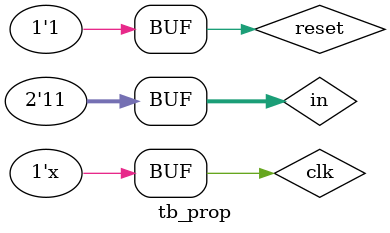
<source format=v>
module ff(out, in, clk, reset);
    input [1:0] in;
    output reg [1:0] out;
    input clk, reset;
    
    always @ (posedge clk or negedge reset) begin
        if (reset == 1'b0) begin
            out <= 2'b00;
        end
        else begin
            out <= in;
        end
    end
endmodule

module top(out,in,clk,reset);
        input [1:0] in;
        output [1:0] out;
        input clk, reset;
        
        wire [1:0] wff;
        
        ff ff0(wff,in,clk,reset);
        ff ff1(out,wff,clk,reset);
        
endmodule

module tb_prop();
    reg clk, reset;
    reg [1:0] in;
    wire [1:0] out;
    
    top top(out,in,clk,reset);
    
    initial begin
       clk = 1'b1;
       reset = 1'b0;
       in = 2'b01;
       #2 reset = 1'b1;
       #4 in = 2'b10;
       #4 in = 2'b11;
    end
    
    always clk = #1 ~clk; 
endmodule
</source>
